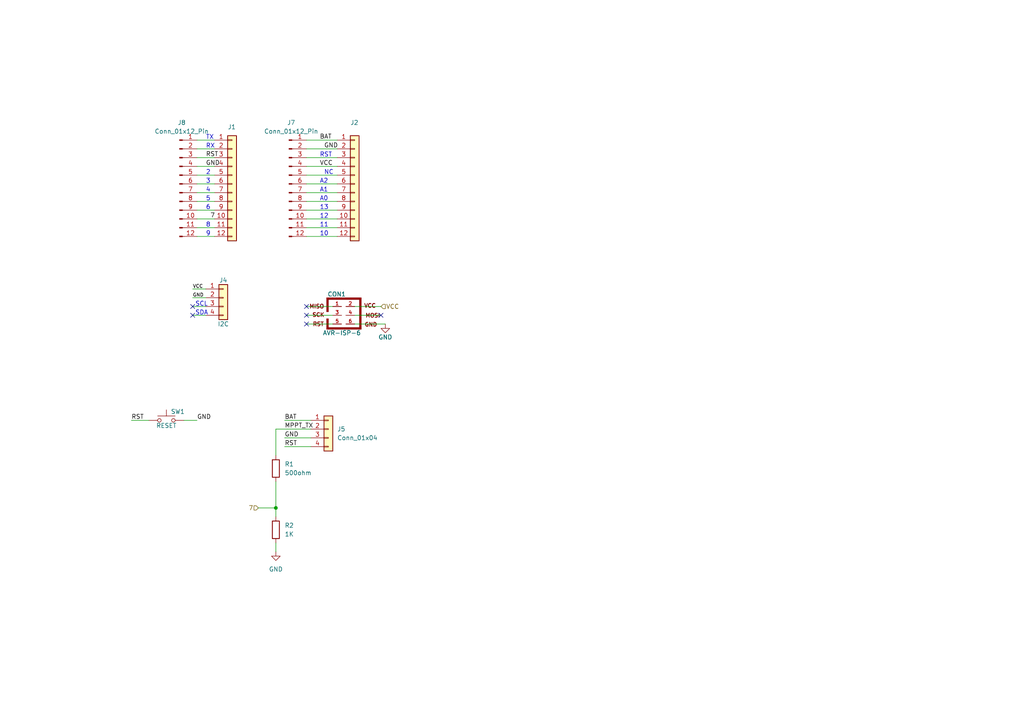
<source format=kicad_sch>
(kicad_sch (version 20230121) (generator eeschema)
  (paper "A4")
  (lib_symbols
    (symbol "Connector:Conn_01x12_Pin" (pin_names (offset 1.016) hide)
      (property "Reference" "J" (at 0 15.24 0))
      (property "Value" "Conn_01x12_Pin" (at 0 -17.78 0))
      (symbol "Conn_01x12_Pin_1_1"
        (polyline (pts (xy 1.27 -15.24) (xy 0.8636 -15.24)) (stroke (width 0.1524)))
        (polyline (pts (xy 1.27 -12.7) (xy 0.8636 -12.7)) (stroke (width 0.1524)))
        (polyline (pts (xy 1.27 -10.16) (xy 0.8636 -10.16)) (stroke (width 0.1524)))
        (polyline (pts (xy 1.27 -7.62) (xy 0.8636 -7.62)) (stroke (width 0.1524)))
        (polyline (pts (xy 1.27 -5.08) (xy 0.8636 -5.08)) (stroke (width 0.1524)))
        (polyline (pts (xy 1.27 -2.54) (xy 0.8636 -2.54)) (stroke (width 0.1524)))
        (polyline (pts (xy 1.27 0) (xy 0.8636 0)) (stroke (width 0.1524)))
        (polyline (pts (xy 1.27 2.54) (xy 0.8636 2.54)) (stroke (width 0.1524)))
        (polyline (pts (xy 1.27 5.08) (xy 0.8636 5.08)) (stroke (width 0.1524)))
        (polyline (pts (xy 1.27 7.62) (xy 0.8636 7.62)) (stroke (width 0.1524)))
        (polyline (pts (xy 1.27 10.16) (xy 0.8636 10.16)) (stroke (width 0.1524)))
        (polyline (pts (xy 1.27 12.7) (xy 0.8636 12.7)) (stroke (width 0.1524)))
        (rectangle (start 0.8636 -15.113) (end 0 -15.367) (stroke (width 0.1524)) (fill (type outline)))
        (rectangle (start 0.8636 -12.573) (end 0 -12.827) (stroke (width 0.1524)) (fill (type outline)))
        (rectangle (start 0.8636 -10.033) (end 0 -10.287) (stroke (width 0.1524)) (fill (type outline)))
        (rectangle (start 0.8636 -7.493) (end 0 -7.747) (stroke (width 0.1524)) (fill (type outline)))
        (rectangle (start 0.8636 -4.953) (end 0 -5.207) (stroke (width 0.1524)) (fill (type outline)))
        (rectangle (start 0.8636 -2.413) (end 0 -2.667) (stroke (width 0.1524)) (fill (type outline)))
        (rectangle (start 0.8636 0.127) (end 0 -0.127) (stroke (width 0.1524)) (fill (type outline)))
        (rectangle (start 0.8636 2.667) (end 0 2.413) (stroke (width 0.1524)) (fill (type outline)))
        (rectangle (start 0.8636 5.207) (end 0 4.953) (stroke (width 0.1524)) (fill (type outline)))
        (rectangle (start 0.8636 7.747) (end 0 7.493) (stroke (width 0.1524)) (fill (type outline)))
        (rectangle (start 0.8636 10.287) (end 0 10.033) (stroke (width 0.1524)) (fill (type outline)))
        (rectangle (start 0.8636 12.827) (end 0 12.573) (stroke (width 0.1524)) (fill (type outline)))
        (pin passive line (at 5.08 12.7 180) (length 3.81) (name "Pin_1") (number "1"))
        (pin passive line (at 5.08 -10.16 180) (length 3.81) (name "Pin_10") (number "10"))
        (pin passive line (at 5.08 -12.7 180) (length 3.81) (name "Pin_11") (number "11"))
        (pin passive line (at 5.08 -15.24 180) (length 3.81) (name "Pin_12") (number "12"))
        (pin passive line (at 5.08 10.16 180) (length 3.81) (name "Pin_2") (number "2"))
        (pin passive line (at 5.08 7.62 180) (length 3.81) (name "Pin_3") (number "3"))
        (pin passive line (at 5.08 5.08 180) (length 3.81) (name "Pin_4") (number "4"))
        (pin passive line (at 5.08 2.54 180) (length 3.81) (name "Pin_5") (number "5"))
        (pin passive line (at 5.08 0 180) (length 3.81) (name "Pin_6") (number "6"))
        (pin passive line (at 5.08 -2.54 180) (length 3.81) (name "Pin_7") (number "7"))
        (pin passive line (at 5.08 -5.08 180) (length 3.81) (name "Pin_8") (number "8"))
        (pin passive line (at 5.08 -7.62 180) (length 3.81) (name "Pin_9") (number "9"))
      )
    )
    (symbol "Connector_Generic:Conn_01x04" (pin_names (offset 1.016) hide)
      (property "Reference" "J" (at 0 5.08 0))
      (property "Value" "Conn_01x04" (at 0 -7.62 0))
      (symbol "Conn_01x04_1_1"
        (rectangle (start -1.27 -4.953) (end 0 -5.207) (stroke (width 0.1524)))
        (rectangle (start -1.27 -2.413) (end 0 -2.667) (stroke (width 0.1524)))
        (rectangle (start -1.27 0.127) (end 0 -0.127) (stroke (width 0.1524)))
        (rectangle (start -1.27 2.667) (end 0 2.413) (stroke (width 0.1524)))
        (rectangle (start -1.27 3.81) (end 1.27 -6.35) (stroke (width 0.254)) (fill (type background)))
        (pin passive line (at -5.08 2.54 0) (length 3.81) (name "Pin_1") (number "1"))
        (pin passive line (at -5.08 0 0) (length 3.81) (name "Pin_2") (number "2"))
        (pin passive line (at -5.08 -2.54 0) (length 3.81) (name "Pin_3") (number "3"))
        (pin passive line (at -5.08 -5.08 0) (length 3.81) (name "Pin_4") (number "4"))
      )
    )
    (symbol "Connector_Generic:Conn_01x12" (pin_names (offset 1.016) hide)
      (property "Reference" "J" (at 0 15.24 0))
      (property "Value" "Conn_01x12" (at 0 -17.78 0))
      (symbol "Conn_01x12_1_1"
        (rectangle (start -1.27 -15.113) (end 0 -15.367) (stroke (width 0.1524)))
        (rectangle (start -1.27 -12.573) (end 0 -12.827) (stroke (width 0.1524)))
        (rectangle (start -1.27 -10.033) (end 0 -10.287) (stroke (width 0.1524)))
        (rectangle (start -1.27 -7.493) (end 0 -7.747) (stroke (width 0.1524)))
        (rectangle (start -1.27 -4.953) (end 0 -5.207) (stroke (width 0.1524)))
        (rectangle (start -1.27 -2.413) (end 0 -2.667) (stroke (width 0.1524)))
        (rectangle (start -1.27 0.127) (end 0 -0.127) (stroke (width 0.1524)))
        (rectangle (start -1.27 2.667) (end 0 2.413) (stroke (width 0.1524)))
        (rectangle (start -1.27 5.207) (end 0 4.953) (stroke (width 0.1524)))
        (rectangle (start -1.27 7.747) (end 0 7.493) (stroke (width 0.1524)))
        (rectangle (start -1.27 10.287) (end 0 10.033) (stroke (width 0.1524)))
        (rectangle (start -1.27 12.827) (end 0 12.573) (stroke (width 0.1524)))
        (rectangle (start -1.27 13.97) (end 1.27 -16.51) (stroke (width 0.254)) (fill (type background)))
        (pin passive line (at -5.08 12.7 0) (length 3.81) (name "Pin_1") (number "1"))
        (pin passive line (at -5.08 -10.16 0) (length 3.81) (name "Pin_10") (number "10"))
        (pin passive line (at -5.08 -12.7 0) (length 3.81) (name "Pin_11") (number "11"))
        (pin passive line (at -5.08 -15.24 0) (length 3.81) (name "Pin_12") (number "12"))
        (pin passive line (at -5.08 10.16 0) (length 3.81) (name "Pin_2") (number "2"))
        (pin passive line (at -5.08 7.62 0) (length 3.81) (name "Pin_3") (number "3"))
        (pin passive line (at -5.08 5.08 0) (length 3.81) (name "Pin_4") (number "4"))
        (pin passive line (at -5.08 2.54 0) (length 3.81) (name "Pin_5") (number "5"))
        (pin passive line (at -5.08 0 0) (length 3.81) (name "Pin_6") (number "6"))
        (pin passive line (at -5.08 -2.54 0) (length 3.81) (name "Pin_7") (number "7"))
        (pin passive line (at -5.08 -5.08 0) (length 3.81) (name "Pin_8") (number "8"))
        (pin passive line (at -5.08 -7.62 0) (length 3.81) (name "Pin_9") (number "9"))
      )
    )
    (symbol "Device:R" (pin_numbers hide) (pin_names (offset 0))
      (property "Reference" "R" (at 2.032 0 90))
      (property "Value" "R" (at 0 0 90))
      (symbol "R_0_1"
        (rectangle (start -1.016 -2.54) (end 1.016 2.54) (stroke (width 0.254)))
      )
      (symbol "R_1_1"
        (pin passive line (at 0 3.81 270) (length 1.27) (name "~") (number "1"))
        (pin passive line (at 0 -3.81 90) (length 1.27) (name "~") (number "2"))
      )
    )
    (symbol "ULPLoRa-rescue:AVR-ISP-6" (pin_names (offset 1.016))
      (property "Reference" "CON" (at -2.667 6.096 0))
      (property "Value" "AVR-ISP-6" (at -6.731 -5.842 0))
      (symbol "AVR-ISP-6_0_0"
        (text "SCK" (at -8.001 0.127 0) (effects (font (size 1.143 1.143) bold)))
        (text "VCC" (at 6.985 2.794 0) (effects (font (size 1.143 1.143) bold)))
      )
      (symbol "AVR-ISP-6_0_1"
        (rectangle (start -5.207 -3.556) (end 4.191 -4.064) (fill (type outline)))
        (rectangle (start -5.207 5.08) (end 3.937 4.572) (fill (type outline)))
        (rectangle (start -5.08 -4.064) (end -5.588 -1.016) (fill (type outline)))
        (rectangle (start -5.08 5.08) (end -5.588 1.016) (fill (type outline)))
        (rectangle (start 3.937 5.08) (end 4.445 -4.064) (fill (type outline)))
      )
      (symbol "AVR-ISP-6_1_0"
        (text "GND" (at 7.239 -2.667 0) (effects (font (size 1.143 1.143) bold)))
        (text "MISO" (at -8.4582 2.5908 0) (effects (font (size 1.143 1.143) bold)))
        (text "MOSI" (at 7.7978 -0.0508 0) (effects (font (size 1.143 1.143) bold)))
        (text "RST" (at -8.001 -2.54 0) (effects (font (size 1.143 1.143) bold)))
      )
      (symbol "AVR-ISP-6_1_1"
        (pin passive line (at -3.81 2.54 0) (length 2.54) (name "~") (number "1"))
        (pin passive line (at 2.54 2.54 180) (length 2.54) (name "~") (number "2"))
        (pin passive line (at -3.81 0 0) (length 2.54) (name "~") (number "3"))
        (pin passive line (at 2.54 0 180) (length 2.54) (name "~") (number "4"))
        (pin passive line (at -3.81 -2.54 0) (length 2.54) (name "~") (number "5"))
        (pin passive line (at 2.54 -2.54 180) (length 2.54) (name "~") (number "6"))
      )
    )
    (symbol "ULPLoRa-rescue:Conn_01x04" (pin_names (offset 1.016) hide)
      (property "Reference" "J" (at 0 5.08 0))
      (property "Value" "Conn_01x04" (at 0 -7.62 0))
      (symbol "Conn_01x04_1_1"
        (rectangle (start -1.27 -4.953) (end 0 -5.207) (stroke (width 0.1524)))
        (rectangle (start -1.27 -2.413) (end 0 -2.667) (stroke (width 0.1524)))
        (rectangle (start -1.27 0.127) (end 0 -0.127) (stroke (width 0.1524)))
        (rectangle (start -1.27 2.667) (end 0 2.413) (stroke (width 0.1524)))
        (rectangle (start -1.27 3.81) (end 1.27 -6.35) (stroke (width 0.254)) (fill (type background)))
        (pin passive line (at -5.08 2.54 0) (length 3.81) (name "Pin_1") (number "1"))
        (pin passive line (at -5.08 0 0) (length 3.81) (name "Pin_2") (number "2"))
        (pin passive line (at -5.08 -2.54 0) (length 3.81) (name "Pin_3") (number "3"))
        (pin passive line (at -5.08 -5.08 0) (length 3.81) (name "Pin_4") (number "4"))
      )
    )
    (symbol "ULPLoRa-rescue:GND" (power) (pin_names (offset 0))
      (property "Value" "GND" (at 0 -3.81 0))
      (symbol "GND_0_1"
        (polyline (pts (xy 0 0) (xy 0 -1.27) (xy 1.27 -1.27) (xy 0 -2.54) (xy -1.27 -1.27) (xy 0 -1.27)))
      )
      (symbol "GND_1_1"
        (pin power_in line (at 0 0 270) (length 0) hide (name "GND") (number "1"))
      )
    )
    (symbol "ULPLoRa-rescue:SW_Push" (pin_numbers hide) (pin_names (offset 1.016) hide)
      (property "Reference" "SW" (at 1.27 2.54 0))
      (property "Value" "SW_Push" (at 0 -1.524 0))
      (symbol "SW_Push_0_1"
        (circle (center -2.032 0) (radius 0.508))
        (polyline (pts (xy 0 1.27) (xy 0 3.048)))
        (polyline (pts (xy 2.54 1.27) (xy -2.54 1.27)))
        (circle (center 2.032 0) (radius 0.508))
        (pin passive line (at -5.08 0 0) (length 2.54) (name "1") (number "1"))
        (pin passive line (at 5.08 0 180) (length 2.54) (name "2") (number "2"))
      )
    )
    (symbol "power:GND" (power) (pin_names (offset 0))
      (property "Value" "GND" (at 0 -3.81 0))
      (symbol "GND_0_1"
        (polyline (pts (xy 0 0) (xy 0 -1.27) (xy 1.27 -1.27) (xy 0 -2.54) (xy -1.27 -1.27) (xy 0 -1.27)))
      )
      (symbol "GND_1_1"
        (pin power_in line (at 0 0 270) (length 0) hide (name "GND") (number "1"))
      )
    )
  )
  (junction (at 80.01 147.32))
  (no_connect (at 55.88 91.44))
  (no_connect (at 55.88 88.9))
  (no_connect (at 88.9 88.9))
  (no_connect (at 88.9 93.98))
  (no_connect (at 110.49 91.44))
  (no_connect (at 88.9 91.44))
  (wire (pts (xy 88.9 55.88) (xy 97.79 55.88)))
  (wire (pts (xy 80.01 139.7) (xy 80.01 147.32)))
  (wire (pts (xy 88.9 50.8) (xy 97.79 50.8)))
  (wire (pts (xy 102.87 93.98) (xy 111.76 93.98)))
  (wire (pts (xy 53.34 121.92) (xy 57.15 121.92)))
  (wire (pts (xy 88.9 66.04) (xy 97.79 66.04)))
  (wire (pts (xy 88.9 43.18) (xy 97.79 43.18)))
  (wire (pts (xy 96.52 88.9) (xy 88.9 88.9)))
  (wire (pts (xy 80.01 147.32) (xy 80.01 149.86)))
  (wire (pts (xy 102.87 88.9) (xy 110.49 88.9)))
  (wire (pts (xy 55.88 91.44) (xy 59.69 91.44)))
  (wire (pts (xy 57.15 66.04) (xy 62.23 66.04)))
  (wire (pts (xy 88.9 40.64) (xy 97.79 40.64)))
  (wire (pts (xy 82.55 129.54) (xy 90.17 129.54)))
  (wire (pts (xy 74.93 147.32) (xy 80.01 147.32)))
  (wire (pts (xy 80.01 157.48) (xy 80.01 160.02)))
  (wire (pts (xy 57.15 58.42) (xy 62.23 58.42)))
  (wire (pts (xy 57.15 53.34) (xy 62.23 53.34)))
  (wire (pts (xy 88.9 58.42) (xy 97.79 58.42)))
  (wire (pts (xy 80.01 124.46) (xy 90.17 124.46)))
  (wire (pts (xy 102.87 91.44) (xy 110.49 91.44)))
  (wire (pts (xy 82.55 121.92) (xy 90.17 121.92)))
  (wire (pts (xy 55.88 88.9) (xy 59.69 88.9)))
  (wire (pts (xy 88.9 68.58) (xy 97.79 68.58)))
  (wire (pts (xy 38.1 121.92) (xy 43.18 121.92)))
  (wire (pts (xy 55.88 86.36) (xy 59.69 86.36)))
  (wire (pts (xy 57.15 63.5) (xy 62.23 63.5)))
  (wire (pts (xy 57.15 43.18) (xy 62.23 43.18)))
  (wire (pts (xy 57.15 60.96) (xy 62.23 60.96)))
  (wire (pts (xy 57.15 48.26) (xy 62.23 48.26)))
  (wire (pts (xy 82.55 127) (xy 90.17 127)))
  (wire (pts (xy 88.9 48.26) (xy 97.79 48.26)))
  (wire (pts (xy 96.52 91.44) (xy 88.9 91.44)))
  (wire (pts (xy 96.52 93.98) (xy 88.9 93.98)))
  (wire (pts (xy 57.15 55.88) (xy 62.23 55.88)))
  (wire (pts (xy 88.9 60.96) (xy 97.79 60.96)))
  (wire (pts (xy 88.9 63.5) (xy 97.79 63.5)))
  (wire (pts (xy 57.15 50.8) (xy 62.23 50.8)))
  (wire (pts (xy 57.15 68.58) (xy 62.23 68.58)))
  (wire (pts (xy 59.69 83.82) (xy 55.88 83.82)))
  (wire (pts (xy 57.15 45.72) (xy 62.23 45.72)))
  (wire (pts (xy 88.9 45.72) (xy 97.79 45.72)))
  (wire (pts (xy 80.01 124.46) (xy 80.01 132.08)))
  (wire (pts (xy 88.9 53.34) (xy 97.79 53.34)))
  (wire (pts (xy 57.15 40.64) (xy 62.23 40.64)))
  (text "RX" (at 59.69 43.18 0) (effects (font (size 1.27 1.27)) (justify left bottom)))
  (text "NC" (at 93.98 50.8 0) (effects (font (size 1.27 1.27)) (justify left bottom)))
  (text "13" (at 92.71 60.96 0) (effects (font (size 1.27 1.27)) (justify left bottom)))
  (text "SCL" (at 56.6202 89.0034 0) (effects (font (size 1.27 1.27)) (justify left bottom)))
  (text "SDA" (at 56.6202 91.5458 0) (effects (font (size 1.27 1.27)) (justify left bottom)))
  (text "4" (at 59.69 55.88 0) (effects (font (size 1.27 1.27)) (justify left bottom)))
  (text "10" (at 92.71 68.58 0) (effects (font (size 1.27 1.27)) (justify left bottom)))
  (text "2" (at 59.69 50.8 0) (effects (font (size 1.27 1.27)) (justify left bottom)))
  (text "6" (at 59.69 60.96 0) (effects (font (size 1.27 1.27)) (justify left bottom)))
  (text "3" (at 59.69 53.34 0) (effects (font (size 1.27 1.27)) (justify left bottom)))
  (text "RST" (at 92.71 45.72 0) (effects (font (size 1.27 1.27)) (justify left bottom)))
  (text "A2" (at 92.71 53.34 0) (effects (font (size 1.27 1.27)) (justify left bottom)))
  (text "A1" (at 92.71 55.88 0) (effects (font (size 1.27 1.27)) (justify left bottom)))
  (text "11" (at 92.71 66.04 0) (effects (font (size 1.27 1.27)) (justify left bottom)))
  (text "8" (at 59.69 66.04 0) (effects (font (size 1.27 1.27)) (justify left bottom)))
  (text "A0" (at 92.71 58.42 0) (effects (font (size 1.27 1.27)) (justify left bottom)))
  (text "12" (at 92.71 63.5 0) (effects (font (size 1.27 1.27)) (justify left bottom)))
  (text "9" (at 59.69 68.58 0) (effects (font (size 1.27 1.27)) (justify left bottom)))
  (text "TX" (at 59.69 40.64 0) (effects (font (size 1.27 1.27)) (justify left bottom)))
  (text "5" (at 59.69 58.42 0) (effects (font (size 1.27 1.27)) (justify left bottom)))
  (label "BAT" (at 92.71 40.64 0))
  (label "7" (at 60.96 63.5 0))
  (label "GND" (at 93.98 43.18 0))
  (label "BAT" (at 82.55 121.92 0))
  (label "GND" (at 59.69 48.26 0))
  (label "VCC" (at 55.88 83.82 0) (effects (font (size 0.9906 0.9906))))
  (label "RST" (at 38.1 121.92 0))
  (label "RST" (at 59.69 45.72 0))
  (label "GND" (at 57.15 121.92 0))
  (label "MPPT_TX" (at 82.55 124.46 0))
  (label "GND" (at 55.88 86.36 0) (effects (font (size 0.9906 0.9906))))
  (label "GND" (at 82.55 127 0))
  (label "VCC" (at 92.71 48.26 0))
  (label "RST" (at 82.55 129.54 0))
  (hierarchical_label "VCC" (shape input) (at 110.49 88.9 0))
  (hierarchical_label "7" (shape input) (at 74.93 147.32 180))
  (symbol (lib_id "Connector_Generic:Conn_01x12") (at 102.87 53.34 0) (unit 1)
    (property "Reference" "J2" (at 101.6 35.56 0) (effects (justify left)))
    (property "Value" "Conn_01x12" (effects hide))
    (property "Footprint" "Connector_PinHeader_2.54mm:PinHeader_1x12_P2.54mm_Vertical" (effects hide))
  )
  (symbol (lib_id "Device:R") (at 80.01 153.67 0) (unit 1)
    (property "Reference" "R2" (at 82.55 152.4 0) (effects (justify left)))
    (property "Value" "1K" (at 82.55 154.94 0) (effects (justify left)))
    (property "Footprint" "Resistor_SMD:R_0603_1608Metric_Pad0.98x0.95mm_HandSolder" (effects hide))
  )
  (symbol (lib_id "ULPLoRa-rescue:SW_Push") (at 48.26 121.92 0) (unit 1)
    (property "Reference" "SW1" (at 49.53 119.38 0) (effects (justify left)))
    (property "Value" "RESET" (at 48.26 123.444 0))
    (property "Footprint" "Button_Switch_SMD:SW_SPST_B3U-1000P" (effects hide))
  )
  (symbol (lib_id "ULPLoRa-rescue:GND") (at 111.76 93.98 0) (unit 1)
    (property "Reference" "#PWR01" (effects hide))
    (property "Value" "GND" (at 111.76 97.79 0))
  )
  (symbol (lib_id "Connector_Generic:Conn_01x04") (at 95.25 124.46 0) (unit 1)
    (property "Reference" "J5" (at 97.79 124.46 0) (effects (justify left)))
    (property "Value" "Conn_01x04" (at 97.79 127 0) (effects (justify left)))
    (property "Footprint" "Connector_PinHeader_2.54mm:PinHeader_1x04_P2.54mm_Vertical" (effects hide))
  )
  (symbol (lib_id "ULPLoRa-rescue:AVR-ISP-6") (at 100.33 91.44 0) (unit 1)
    (property "Reference" "CON1" (at 97.663 85.344 0))
    (property "Value" "AVR-ISP-6" (at 93.599 97.282 0) (effects (justify left bottom)))
    (property "Footprint" "Connector_PinHeader_2.54mm:PinHeader_2x03_P2.54mm_Vertical" (effects hide))
  )
  (symbol (lib_id "Connector:Conn_01x12_Pin") (at 52.07 53.34 0) (unit 1)
    (property "Reference" "J8" (at 52.705 35.56 0))
    (property "Value" "Conn_01x12_Pin" (at 52.705 38.1 0))
    (property "Footprint" "Connector_PinHeader_2.54mm:PinHeader_1x12_P2.54mm_Vertical" (effects hide))
  )
  (symbol (lib_id "Connector_Generic:Conn_01x12") (at 67.31 53.34 0) (unit 1)
    (property "Reference" "J1" (at 66.04 36.83 0) (effects (justify left)))
    (property "Value" "Conn_01x12" (effects hide))
    (property "Footprint" "Connector_PinHeader_2.54mm:PinHeader_1x12_P2.54mm_Vertical" (effects hide))
  )
  (symbol (lib_id "power:GND") (at 80.01 160.02 0) (unit 1)
    (property "Reference" "#PWR0101" (effects hide))
    (property "Value" "GND" (at 80.01 165.1 0))
  )
  (symbol (lib_id "Device:R") (at 80.01 135.89 180) (unit 1)
    (property "Reference" "R1" (at 82.55 134.6199 0) (effects (justify right)))
    (property "Value" "500ohm" (at 82.55 137.1599 0) (effects (justify right)))
    (property "Footprint" "Resistor_SMD:R_0603_1608Metric_Pad0.98x0.95mm_HandSolder" (effects hide))
  )
  (symbol (lib_id "Connector:Conn_01x12_Pin") (at 83.82 53.34 0) (unit 1)
    (property "Reference" "J7" (at 84.455 35.56 0))
    (property "Value" "Conn_01x12_Pin" (at 84.455 38.1 0))
    (property "Footprint" "Connector_PinHeader_2.54mm:PinHeader_1x12_P2.54mm_Vertical" (effects hide))
  )
  (symbol (lib_id "ULPLoRa-rescue:Conn_01x04") (at 64.77 86.36 0) (unit 1)
    (property "Reference" "J4" (at 64.77 81.28 0))
    (property "Value" "I2C" (at 64.77 93.98 0))
    (property "Footprint" "Connector_PinHeader_2.54mm:PinHeader_1x04_P2.54mm_Vertical" (effects hide))
  )
)
</source>
